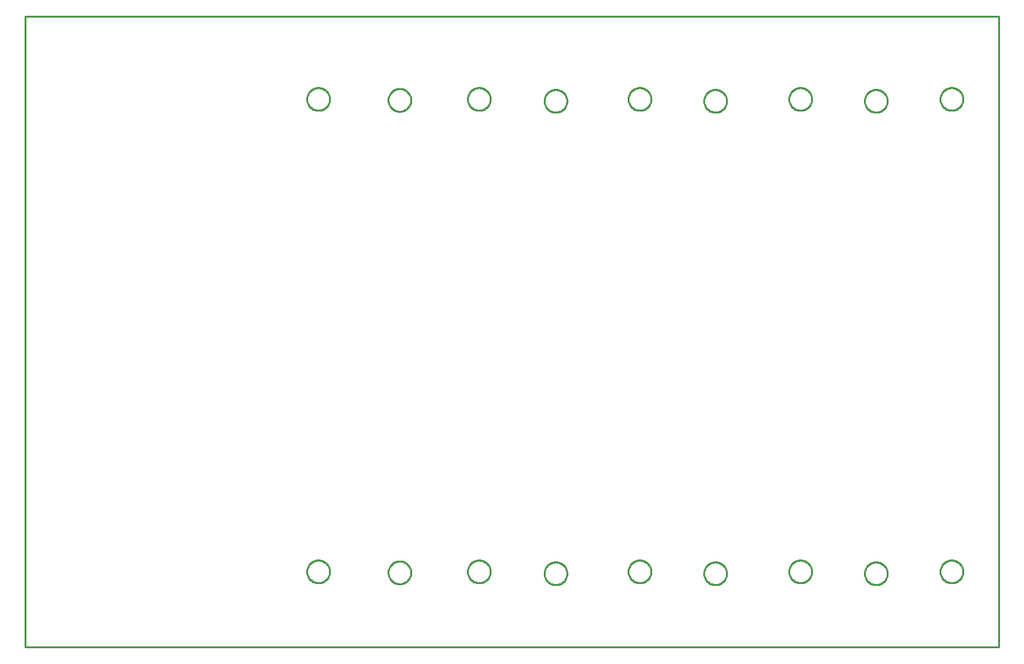
<source format=gbr>
G04 EAGLE Gerber RS-274X export*
G75*
%MOMM*%
%FSLAX34Y34*%
%LPD*%
%IN*%
%IPPOS*%
%AMOC8*
5,1,8,0,0,1.08239X$1,22.5*%
G01*
%ADD10C,0.254000*%


D10*
X-279400Y-38100D02*
X1028500Y-38100D01*
X1028500Y809500D01*
X-279400Y809500D01*
X-279400Y-38100D01*
X433615Y680710D02*
X434701Y680788D01*
X435779Y680943D01*
X436844Y681174D01*
X437889Y681481D01*
X438910Y681862D01*
X439901Y682314D01*
X440857Y682836D01*
X441773Y683425D01*
X442645Y684078D01*
X443468Y684792D01*
X444239Y685562D01*
X444952Y686385D01*
X445605Y687257D01*
X446194Y688173D01*
X446716Y689130D01*
X447168Y690120D01*
X447549Y691141D01*
X447856Y692186D01*
X448087Y693251D01*
X448242Y694329D01*
X448320Y695415D01*
X448320Y696505D01*
X448242Y697591D01*
X448087Y698669D01*
X447856Y699734D01*
X447549Y700779D01*
X447168Y701800D01*
X446716Y702791D01*
X446194Y703747D01*
X445605Y704663D01*
X444952Y705535D01*
X444239Y706358D01*
X443468Y707129D01*
X442645Y707842D01*
X441773Y708495D01*
X440857Y709084D01*
X439901Y709606D01*
X438910Y710058D01*
X437889Y710439D01*
X436844Y710746D01*
X435779Y710977D01*
X434701Y711132D01*
X433615Y711210D01*
X432525Y711210D01*
X431439Y711132D01*
X430361Y710977D01*
X429296Y710746D01*
X428251Y710439D01*
X427230Y710058D01*
X426240Y709606D01*
X425283Y709084D01*
X424367Y708495D01*
X423495Y707842D01*
X422672Y707129D01*
X421902Y706358D01*
X421188Y705535D01*
X420535Y704663D01*
X419946Y703747D01*
X419424Y702791D01*
X418972Y701800D01*
X418591Y700779D01*
X418284Y699734D01*
X418053Y698669D01*
X417898Y697591D01*
X417820Y696505D01*
X417820Y695415D01*
X417898Y694329D01*
X418053Y693251D01*
X418284Y692186D01*
X418591Y691141D01*
X418972Y690120D01*
X419424Y689130D01*
X419946Y688173D01*
X420535Y687257D01*
X421188Y686385D01*
X421902Y685562D01*
X422672Y684792D01*
X423495Y684078D01*
X424367Y683425D01*
X425283Y682836D01*
X426240Y682314D01*
X427230Y681862D01*
X428251Y681481D01*
X429296Y681174D01*
X430361Y680943D01*
X431439Y680788D01*
X432525Y680710D01*
X433615Y680710D01*
X433615Y45710D02*
X434701Y45788D01*
X435779Y45943D01*
X436844Y46174D01*
X437889Y46481D01*
X438910Y46862D01*
X439901Y47314D01*
X440857Y47836D01*
X441773Y48425D01*
X442645Y49078D01*
X443468Y49792D01*
X444239Y50562D01*
X444952Y51385D01*
X445605Y52257D01*
X446194Y53173D01*
X446716Y54130D01*
X447168Y55120D01*
X447549Y56141D01*
X447856Y57186D01*
X448087Y58251D01*
X448242Y59329D01*
X448320Y60415D01*
X448320Y61505D01*
X448242Y62591D01*
X448087Y63669D01*
X447856Y64734D01*
X447549Y65779D01*
X447168Y66800D01*
X446716Y67791D01*
X446194Y68747D01*
X445605Y69663D01*
X444952Y70535D01*
X444239Y71358D01*
X443468Y72129D01*
X442645Y72842D01*
X441773Y73495D01*
X440857Y74084D01*
X439901Y74606D01*
X438910Y75058D01*
X437889Y75439D01*
X436844Y75746D01*
X435779Y75977D01*
X434701Y76132D01*
X433615Y76210D01*
X432525Y76210D01*
X431439Y76132D01*
X430361Y75977D01*
X429296Y75746D01*
X428251Y75439D01*
X427230Y75058D01*
X426240Y74606D01*
X425283Y74084D01*
X424367Y73495D01*
X423495Y72842D01*
X422672Y72129D01*
X421902Y71358D01*
X421188Y70535D01*
X420535Y69663D01*
X419946Y68747D01*
X419424Y67791D01*
X418972Y66800D01*
X418591Y65779D01*
X418284Y64734D01*
X418053Y63669D01*
X417898Y62591D01*
X417820Y61505D01*
X417820Y60415D01*
X417898Y59329D01*
X418053Y58251D01*
X418284Y57186D01*
X418591Y56141D01*
X418972Y55120D01*
X419424Y54130D01*
X419946Y53173D01*
X420535Y52257D01*
X421188Y51385D01*
X421902Y50562D01*
X422672Y49792D01*
X423495Y49078D01*
X424367Y48425D01*
X425283Y47836D01*
X426240Y47314D01*
X427230Y46862D01*
X428251Y46481D01*
X429296Y46174D01*
X430361Y45943D01*
X431439Y45788D01*
X432525Y45710D01*
X433615Y45710D01*
X648245Y680710D02*
X649331Y680788D01*
X650409Y680943D01*
X651474Y681174D01*
X652519Y681481D01*
X653540Y681862D01*
X654531Y682314D01*
X655487Y682836D01*
X656403Y683425D01*
X657275Y684078D01*
X658098Y684792D01*
X658869Y685562D01*
X659582Y686385D01*
X660235Y687257D01*
X660824Y688173D01*
X661346Y689130D01*
X661798Y690120D01*
X662179Y691141D01*
X662486Y692186D01*
X662717Y693251D01*
X662872Y694329D01*
X662950Y695415D01*
X662950Y696505D01*
X662872Y697591D01*
X662717Y698669D01*
X662486Y699734D01*
X662179Y700779D01*
X661798Y701800D01*
X661346Y702791D01*
X660824Y703747D01*
X660235Y704663D01*
X659582Y705535D01*
X658869Y706358D01*
X658098Y707129D01*
X657275Y707842D01*
X656403Y708495D01*
X655487Y709084D01*
X654531Y709606D01*
X653540Y710058D01*
X652519Y710439D01*
X651474Y710746D01*
X650409Y710977D01*
X649331Y711132D01*
X648245Y711210D01*
X647155Y711210D01*
X646069Y711132D01*
X644991Y710977D01*
X643926Y710746D01*
X642881Y710439D01*
X641860Y710058D01*
X640870Y709606D01*
X639913Y709084D01*
X638997Y708495D01*
X638125Y707842D01*
X637302Y707129D01*
X636532Y706358D01*
X635818Y705535D01*
X635165Y704663D01*
X634576Y703747D01*
X634054Y702791D01*
X633602Y701800D01*
X633221Y700779D01*
X632914Y699734D01*
X632683Y698669D01*
X632528Y697591D01*
X632450Y696505D01*
X632450Y695415D01*
X632528Y694329D01*
X632683Y693251D01*
X632914Y692186D01*
X633221Y691141D01*
X633602Y690120D01*
X634054Y689130D01*
X634576Y688173D01*
X635165Y687257D01*
X635818Y686385D01*
X636532Y685562D01*
X637302Y684792D01*
X638125Y684078D01*
X638997Y683425D01*
X639913Y682836D01*
X640870Y682314D01*
X641860Y681862D01*
X642881Y681481D01*
X643926Y681174D01*
X644991Y680943D01*
X646069Y680788D01*
X647155Y680710D01*
X648245Y680710D01*
X648245Y45710D02*
X649331Y45788D01*
X650409Y45943D01*
X651474Y46174D01*
X652519Y46481D01*
X653540Y46862D01*
X654531Y47314D01*
X655487Y47836D01*
X656403Y48425D01*
X657275Y49078D01*
X658098Y49792D01*
X658869Y50562D01*
X659582Y51385D01*
X660235Y52257D01*
X660824Y53173D01*
X661346Y54130D01*
X661798Y55120D01*
X662179Y56141D01*
X662486Y57186D01*
X662717Y58251D01*
X662872Y59329D01*
X662950Y60415D01*
X662950Y61505D01*
X662872Y62591D01*
X662717Y63669D01*
X662486Y64734D01*
X662179Y65779D01*
X661798Y66800D01*
X661346Y67791D01*
X660824Y68747D01*
X660235Y69663D01*
X659582Y70535D01*
X658869Y71358D01*
X658098Y72129D01*
X657275Y72842D01*
X656403Y73495D01*
X655487Y74084D01*
X654531Y74606D01*
X653540Y75058D01*
X652519Y75439D01*
X651474Y75746D01*
X650409Y75977D01*
X649331Y76132D01*
X648245Y76210D01*
X647155Y76210D01*
X646069Y76132D01*
X644991Y75977D01*
X643926Y75746D01*
X642881Y75439D01*
X641860Y75058D01*
X640870Y74606D01*
X639913Y74084D01*
X638997Y73495D01*
X638125Y72842D01*
X637302Y72129D01*
X636532Y71358D01*
X635818Y70535D01*
X635165Y69663D01*
X634576Y68747D01*
X634054Y67791D01*
X633602Y66800D01*
X633221Y65779D01*
X632914Y64734D01*
X632683Y63669D01*
X632528Y62591D01*
X632450Y61505D01*
X632450Y60415D01*
X632528Y59329D01*
X632683Y58251D01*
X632914Y57186D01*
X633221Y56141D01*
X633602Y55120D01*
X634054Y54130D01*
X634576Y53173D01*
X635165Y52257D01*
X635818Y51385D01*
X636532Y50562D01*
X637302Y49792D01*
X638125Y49078D01*
X638997Y48425D01*
X639913Y47836D01*
X640870Y47314D01*
X641860Y46862D01*
X642881Y46481D01*
X643926Y46174D01*
X644991Y45943D01*
X646069Y45788D01*
X647155Y45710D01*
X648245Y45710D01*
X224065Y681980D02*
X225151Y682058D01*
X226229Y682213D01*
X227294Y682444D01*
X228339Y682751D01*
X229360Y683132D01*
X230351Y683584D01*
X231307Y684106D01*
X232223Y684695D01*
X233095Y685348D01*
X233918Y686062D01*
X234689Y686832D01*
X235402Y687655D01*
X236055Y688527D01*
X236644Y689443D01*
X237166Y690400D01*
X237618Y691390D01*
X237999Y692411D01*
X238306Y693456D01*
X238537Y694521D01*
X238692Y695599D01*
X238770Y696685D01*
X238770Y697775D01*
X238692Y698861D01*
X238537Y699939D01*
X238306Y701004D01*
X237999Y702049D01*
X237618Y703070D01*
X237166Y704061D01*
X236644Y705017D01*
X236055Y705933D01*
X235402Y706805D01*
X234689Y707628D01*
X233918Y708399D01*
X233095Y709112D01*
X232223Y709765D01*
X231307Y710354D01*
X230351Y710876D01*
X229360Y711328D01*
X228339Y711709D01*
X227294Y712016D01*
X226229Y712247D01*
X225151Y712402D01*
X224065Y712480D01*
X222975Y712480D01*
X221889Y712402D01*
X220811Y712247D01*
X219746Y712016D01*
X218701Y711709D01*
X217680Y711328D01*
X216690Y710876D01*
X215733Y710354D01*
X214817Y709765D01*
X213945Y709112D01*
X213122Y708399D01*
X212352Y707628D01*
X211638Y706805D01*
X210985Y705933D01*
X210396Y705017D01*
X209874Y704061D01*
X209422Y703070D01*
X209041Y702049D01*
X208734Y701004D01*
X208503Y699939D01*
X208348Y698861D01*
X208270Y697775D01*
X208270Y696685D01*
X208348Y695599D01*
X208503Y694521D01*
X208734Y693456D01*
X209041Y692411D01*
X209422Y691390D01*
X209874Y690400D01*
X210396Y689443D01*
X210985Y688527D01*
X211638Y687655D01*
X212352Y686832D01*
X213122Y686062D01*
X213945Y685348D01*
X214817Y684695D01*
X215733Y684106D01*
X216690Y683584D01*
X217680Y683132D01*
X218701Y682751D01*
X219746Y682444D01*
X220811Y682213D01*
X221889Y682058D01*
X222975Y681980D01*
X224065Y681980D01*
X224065Y46980D02*
X225151Y47058D01*
X226229Y47213D01*
X227294Y47444D01*
X228339Y47751D01*
X229360Y48132D01*
X230351Y48584D01*
X231307Y49106D01*
X232223Y49695D01*
X233095Y50348D01*
X233918Y51062D01*
X234689Y51832D01*
X235402Y52655D01*
X236055Y53527D01*
X236644Y54443D01*
X237166Y55400D01*
X237618Y56390D01*
X237999Y57411D01*
X238306Y58456D01*
X238537Y59521D01*
X238692Y60599D01*
X238770Y61685D01*
X238770Y62775D01*
X238692Y63861D01*
X238537Y64939D01*
X238306Y66004D01*
X237999Y67049D01*
X237618Y68070D01*
X237166Y69061D01*
X236644Y70017D01*
X236055Y70933D01*
X235402Y71805D01*
X234689Y72628D01*
X233918Y73399D01*
X233095Y74112D01*
X232223Y74765D01*
X231307Y75354D01*
X230351Y75876D01*
X229360Y76328D01*
X228339Y76709D01*
X227294Y77016D01*
X226229Y77247D01*
X225151Y77402D01*
X224065Y77480D01*
X222975Y77480D01*
X221889Y77402D01*
X220811Y77247D01*
X219746Y77016D01*
X218701Y76709D01*
X217680Y76328D01*
X216690Y75876D01*
X215733Y75354D01*
X214817Y74765D01*
X213945Y74112D01*
X213122Y73399D01*
X212352Y72628D01*
X211638Y71805D01*
X210985Y70933D01*
X210396Y70017D01*
X209874Y69061D01*
X209422Y68070D01*
X209041Y67049D01*
X208734Y66004D01*
X208503Y64939D01*
X208348Y63861D01*
X208270Y62775D01*
X208270Y61685D01*
X208348Y60599D01*
X208503Y59521D01*
X208734Y58456D01*
X209041Y57411D01*
X209422Y56390D01*
X209874Y55400D01*
X210396Y54443D01*
X210985Y53527D01*
X211638Y52655D01*
X212352Y51832D01*
X213122Y51062D01*
X213945Y50348D01*
X214817Y49695D01*
X215733Y49106D01*
X216690Y48584D01*
X217680Y48132D01*
X218701Y47751D01*
X219746Y47444D01*
X220811Y47213D01*
X221889Y47058D01*
X222975Y46980D01*
X224065Y46980D01*
X864145Y680710D02*
X865231Y680788D01*
X866309Y680943D01*
X867374Y681174D01*
X868419Y681481D01*
X869440Y681862D01*
X870431Y682314D01*
X871387Y682836D01*
X872303Y683425D01*
X873175Y684078D01*
X873998Y684792D01*
X874769Y685562D01*
X875482Y686385D01*
X876135Y687257D01*
X876724Y688173D01*
X877246Y689130D01*
X877698Y690120D01*
X878079Y691141D01*
X878386Y692186D01*
X878617Y693251D01*
X878772Y694329D01*
X878850Y695415D01*
X878850Y696505D01*
X878772Y697591D01*
X878617Y698669D01*
X878386Y699734D01*
X878079Y700779D01*
X877698Y701800D01*
X877246Y702791D01*
X876724Y703747D01*
X876135Y704663D01*
X875482Y705535D01*
X874769Y706358D01*
X873998Y707129D01*
X873175Y707842D01*
X872303Y708495D01*
X871387Y709084D01*
X870431Y709606D01*
X869440Y710058D01*
X868419Y710439D01*
X867374Y710746D01*
X866309Y710977D01*
X865231Y711132D01*
X864145Y711210D01*
X863055Y711210D01*
X861969Y711132D01*
X860891Y710977D01*
X859826Y710746D01*
X858781Y710439D01*
X857760Y710058D01*
X856770Y709606D01*
X855813Y709084D01*
X854897Y708495D01*
X854025Y707842D01*
X853202Y707129D01*
X852432Y706358D01*
X851718Y705535D01*
X851065Y704663D01*
X850476Y703747D01*
X849954Y702791D01*
X849502Y701800D01*
X849121Y700779D01*
X848814Y699734D01*
X848583Y698669D01*
X848428Y697591D01*
X848350Y696505D01*
X848350Y695415D01*
X848428Y694329D01*
X848583Y693251D01*
X848814Y692186D01*
X849121Y691141D01*
X849502Y690120D01*
X849954Y689130D01*
X850476Y688173D01*
X851065Y687257D01*
X851718Y686385D01*
X852432Y685562D01*
X853202Y684792D01*
X854025Y684078D01*
X854897Y683425D01*
X855813Y682836D01*
X856770Y682314D01*
X857760Y681862D01*
X858781Y681481D01*
X859826Y681174D01*
X860891Y680943D01*
X861969Y680788D01*
X863055Y680710D01*
X864145Y680710D01*
X864145Y45710D02*
X865231Y45788D01*
X866309Y45943D01*
X867374Y46174D01*
X868419Y46481D01*
X869440Y46862D01*
X870431Y47314D01*
X871387Y47836D01*
X872303Y48425D01*
X873175Y49078D01*
X873998Y49792D01*
X874769Y50562D01*
X875482Y51385D01*
X876135Y52257D01*
X876724Y53173D01*
X877246Y54130D01*
X877698Y55120D01*
X878079Y56141D01*
X878386Y57186D01*
X878617Y58251D01*
X878772Y59329D01*
X878850Y60415D01*
X878850Y61505D01*
X878772Y62591D01*
X878617Y63669D01*
X878386Y64734D01*
X878079Y65779D01*
X877698Y66800D01*
X877246Y67791D01*
X876724Y68747D01*
X876135Y69663D01*
X875482Y70535D01*
X874769Y71358D01*
X873998Y72129D01*
X873175Y72842D01*
X872303Y73495D01*
X871387Y74084D01*
X870431Y74606D01*
X869440Y75058D01*
X868419Y75439D01*
X867374Y75746D01*
X866309Y75977D01*
X865231Y76132D01*
X864145Y76210D01*
X863055Y76210D01*
X861969Y76132D01*
X860891Y75977D01*
X859826Y75746D01*
X858781Y75439D01*
X857760Y75058D01*
X856770Y74606D01*
X855813Y74084D01*
X854897Y73495D01*
X854025Y72842D01*
X853202Y72129D01*
X852432Y71358D01*
X851718Y70535D01*
X851065Y69663D01*
X850476Y68747D01*
X849954Y67791D01*
X849502Y66800D01*
X849121Y65779D01*
X848814Y64734D01*
X848583Y63669D01*
X848428Y62591D01*
X848350Y61505D01*
X848350Y60415D01*
X848428Y59329D01*
X848583Y58251D01*
X848814Y57186D01*
X849121Y56141D01*
X849502Y55120D01*
X849954Y54130D01*
X850476Y53173D01*
X851065Y52257D01*
X851718Y51385D01*
X852432Y50562D01*
X853202Y49792D01*
X854025Y49078D01*
X854897Y48425D01*
X855813Y47836D01*
X856770Y47314D01*
X857760Y46862D01*
X858781Y46481D01*
X859826Y46174D01*
X860891Y45943D01*
X861969Y45788D01*
X863055Y45710D01*
X864145Y45710D01*
X114845Y78750D02*
X115931Y78672D01*
X117009Y78517D01*
X118074Y78286D01*
X119119Y77979D01*
X120140Y77598D01*
X121131Y77146D01*
X122087Y76624D01*
X123003Y76035D01*
X123875Y75382D01*
X124698Y74669D01*
X125469Y73898D01*
X126182Y73075D01*
X126835Y72203D01*
X127424Y71287D01*
X127946Y70331D01*
X128398Y69340D01*
X128779Y68319D01*
X129086Y67274D01*
X129317Y66209D01*
X129472Y65131D01*
X129550Y64045D01*
X129550Y62955D01*
X129472Y61869D01*
X129317Y60791D01*
X129086Y59726D01*
X128779Y58681D01*
X128398Y57660D01*
X127946Y56670D01*
X127424Y55713D01*
X126835Y54797D01*
X126182Y53925D01*
X125469Y53102D01*
X124698Y52332D01*
X123875Y51618D01*
X123003Y50965D01*
X122087Y50376D01*
X121131Y49854D01*
X120140Y49402D01*
X119119Y49021D01*
X118074Y48714D01*
X117009Y48483D01*
X115931Y48328D01*
X114845Y48250D01*
X113755Y48250D01*
X112669Y48328D01*
X111591Y48483D01*
X110526Y48714D01*
X109481Y49021D01*
X108460Y49402D01*
X107470Y49854D01*
X106513Y50376D01*
X105597Y50965D01*
X104725Y51618D01*
X103902Y52332D01*
X103132Y53102D01*
X102418Y53925D01*
X101765Y54797D01*
X101176Y55713D01*
X100654Y56670D01*
X100202Y57660D01*
X99821Y58681D01*
X99514Y59726D01*
X99283Y60791D01*
X99128Y61869D01*
X99050Y62955D01*
X99050Y64045D01*
X99128Y65131D01*
X99283Y66209D01*
X99514Y67274D01*
X99821Y68319D01*
X100202Y69340D01*
X100654Y70331D01*
X101176Y71287D01*
X101765Y72203D01*
X102418Y73075D01*
X103132Y73898D01*
X103902Y74669D01*
X104725Y75382D01*
X105597Y76035D01*
X106513Y76624D01*
X107470Y77146D01*
X108460Y77598D01*
X109481Y77979D01*
X110526Y78286D01*
X111591Y78517D01*
X112669Y78672D01*
X113755Y78750D01*
X114845Y78750D01*
X114845Y713750D02*
X115931Y713672D01*
X117009Y713517D01*
X118074Y713286D01*
X119119Y712979D01*
X120140Y712598D01*
X121131Y712146D01*
X122087Y711624D01*
X123003Y711035D01*
X123875Y710382D01*
X124698Y709669D01*
X125469Y708898D01*
X126182Y708075D01*
X126835Y707203D01*
X127424Y706287D01*
X127946Y705331D01*
X128398Y704340D01*
X128779Y703319D01*
X129086Y702274D01*
X129317Y701209D01*
X129472Y700131D01*
X129550Y699045D01*
X129550Y697955D01*
X129472Y696869D01*
X129317Y695791D01*
X129086Y694726D01*
X128779Y693681D01*
X128398Y692660D01*
X127946Y691670D01*
X127424Y690713D01*
X126835Y689797D01*
X126182Y688925D01*
X125469Y688102D01*
X124698Y687332D01*
X123875Y686618D01*
X123003Y685965D01*
X122087Y685376D01*
X121131Y684854D01*
X120140Y684402D01*
X119119Y684021D01*
X118074Y683714D01*
X117009Y683483D01*
X115931Y683328D01*
X114845Y683250D01*
X113755Y683250D01*
X112669Y683328D01*
X111591Y683483D01*
X110526Y683714D01*
X109481Y684021D01*
X108460Y684402D01*
X107470Y684854D01*
X106513Y685376D01*
X105597Y685965D01*
X104725Y686618D01*
X103902Y687332D01*
X103132Y688102D01*
X102418Y688925D01*
X101765Y689797D01*
X101176Y690713D01*
X100654Y691670D01*
X100202Y692660D01*
X99821Y693681D01*
X99514Y694726D01*
X99283Y695791D01*
X99128Y696869D01*
X99050Y697955D01*
X99050Y699045D01*
X99128Y700131D01*
X99283Y701209D01*
X99514Y702274D01*
X99821Y703319D01*
X100202Y704340D01*
X100654Y705331D01*
X101176Y706287D01*
X101765Y707203D01*
X102418Y708075D01*
X103132Y708898D01*
X103902Y709669D01*
X104725Y710382D01*
X105597Y711035D01*
X106513Y711624D01*
X107470Y712146D01*
X108460Y712598D01*
X109481Y712979D01*
X110526Y713286D01*
X111591Y713517D01*
X112669Y713672D01*
X113755Y713750D01*
X114845Y713750D01*
X546645Y78750D02*
X547731Y78672D01*
X548809Y78517D01*
X549874Y78286D01*
X550919Y77979D01*
X551940Y77598D01*
X552931Y77146D01*
X553887Y76624D01*
X554803Y76035D01*
X555675Y75382D01*
X556498Y74669D01*
X557269Y73898D01*
X557982Y73075D01*
X558635Y72203D01*
X559224Y71287D01*
X559746Y70331D01*
X560198Y69340D01*
X560579Y68319D01*
X560886Y67274D01*
X561117Y66209D01*
X561272Y65131D01*
X561350Y64045D01*
X561350Y62955D01*
X561272Y61869D01*
X561117Y60791D01*
X560886Y59726D01*
X560579Y58681D01*
X560198Y57660D01*
X559746Y56670D01*
X559224Y55713D01*
X558635Y54797D01*
X557982Y53925D01*
X557269Y53102D01*
X556498Y52332D01*
X555675Y51618D01*
X554803Y50965D01*
X553887Y50376D01*
X552931Y49854D01*
X551940Y49402D01*
X550919Y49021D01*
X549874Y48714D01*
X548809Y48483D01*
X547731Y48328D01*
X546645Y48250D01*
X545555Y48250D01*
X544469Y48328D01*
X543391Y48483D01*
X542326Y48714D01*
X541281Y49021D01*
X540260Y49402D01*
X539270Y49854D01*
X538313Y50376D01*
X537397Y50965D01*
X536525Y51618D01*
X535702Y52332D01*
X534932Y53102D01*
X534218Y53925D01*
X533565Y54797D01*
X532976Y55713D01*
X532454Y56670D01*
X532002Y57660D01*
X531621Y58681D01*
X531314Y59726D01*
X531083Y60791D01*
X530928Y61869D01*
X530850Y62955D01*
X530850Y64045D01*
X530928Y65131D01*
X531083Y66209D01*
X531314Y67274D01*
X531621Y68319D01*
X532002Y69340D01*
X532454Y70331D01*
X532976Y71287D01*
X533565Y72203D01*
X534218Y73075D01*
X534932Y73898D01*
X535702Y74669D01*
X536525Y75382D01*
X537397Y76035D01*
X538313Y76624D01*
X539270Y77146D01*
X540260Y77598D01*
X541281Y77979D01*
X542326Y78286D01*
X543391Y78517D01*
X544469Y78672D01*
X545555Y78750D01*
X546645Y78750D01*
X546645Y713750D02*
X547731Y713672D01*
X548809Y713517D01*
X549874Y713286D01*
X550919Y712979D01*
X551940Y712598D01*
X552931Y712146D01*
X553887Y711624D01*
X554803Y711035D01*
X555675Y710382D01*
X556498Y709669D01*
X557269Y708898D01*
X557982Y708075D01*
X558635Y707203D01*
X559224Y706287D01*
X559746Y705331D01*
X560198Y704340D01*
X560579Y703319D01*
X560886Y702274D01*
X561117Y701209D01*
X561272Y700131D01*
X561350Y699045D01*
X561350Y697955D01*
X561272Y696869D01*
X561117Y695791D01*
X560886Y694726D01*
X560579Y693681D01*
X560198Y692660D01*
X559746Y691670D01*
X559224Y690713D01*
X558635Y689797D01*
X557982Y688925D01*
X557269Y688102D01*
X556498Y687332D01*
X555675Y686618D01*
X554803Y685965D01*
X553887Y685376D01*
X552931Y684854D01*
X551940Y684402D01*
X550919Y684021D01*
X549874Y683714D01*
X548809Y683483D01*
X547731Y683328D01*
X546645Y683250D01*
X545555Y683250D01*
X544469Y683328D01*
X543391Y683483D01*
X542326Y683714D01*
X541281Y684021D01*
X540260Y684402D01*
X539270Y684854D01*
X538313Y685376D01*
X537397Y685965D01*
X536525Y686618D01*
X535702Y687332D01*
X534932Y688102D01*
X534218Y688925D01*
X533565Y689797D01*
X532976Y690713D01*
X532454Y691670D01*
X532002Y692660D01*
X531621Y693681D01*
X531314Y694726D01*
X531083Y695791D01*
X530928Y696869D01*
X530850Y697955D01*
X530850Y699045D01*
X530928Y700131D01*
X531083Y701209D01*
X531314Y702274D01*
X531621Y703319D01*
X532002Y704340D01*
X532454Y705331D01*
X532976Y706287D01*
X533565Y707203D01*
X534218Y708075D01*
X534932Y708898D01*
X535702Y709669D01*
X536525Y710382D01*
X537397Y711035D01*
X538313Y711624D01*
X539270Y712146D01*
X540260Y712598D01*
X541281Y712979D01*
X542326Y713286D01*
X543391Y713517D01*
X544469Y713672D01*
X545555Y713750D01*
X546645Y713750D01*
X330745Y78750D02*
X331831Y78672D01*
X332909Y78517D01*
X333974Y78286D01*
X335019Y77979D01*
X336040Y77598D01*
X337031Y77146D01*
X337987Y76624D01*
X338903Y76035D01*
X339775Y75382D01*
X340598Y74669D01*
X341369Y73898D01*
X342082Y73075D01*
X342735Y72203D01*
X343324Y71287D01*
X343846Y70331D01*
X344298Y69340D01*
X344679Y68319D01*
X344986Y67274D01*
X345217Y66209D01*
X345372Y65131D01*
X345450Y64045D01*
X345450Y62955D01*
X345372Y61869D01*
X345217Y60791D01*
X344986Y59726D01*
X344679Y58681D01*
X344298Y57660D01*
X343846Y56670D01*
X343324Y55713D01*
X342735Y54797D01*
X342082Y53925D01*
X341369Y53102D01*
X340598Y52332D01*
X339775Y51618D01*
X338903Y50965D01*
X337987Y50376D01*
X337031Y49854D01*
X336040Y49402D01*
X335019Y49021D01*
X333974Y48714D01*
X332909Y48483D01*
X331831Y48328D01*
X330745Y48250D01*
X329655Y48250D01*
X328569Y48328D01*
X327491Y48483D01*
X326426Y48714D01*
X325381Y49021D01*
X324360Y49402D01*
X323370Y49854D01*
X322413Y50376D01*
X321497Y50965D01*
X320625Y51618D01*
X319802Y52332D01*
X319032Y53102D01*
X318318Y53925D01*
X317665Y54797D01*
X317076Y55713D01*
X316554Y56670D01*
X316102Y57660D01*
X315721Y58681D01*
X315414Y59726D01*
X315183Y60791D01*
X315028Y61869D01*
X314950Y62955D01*
X314950Y64045D01*
X315028Y65131D01*
X315183Y66209D01*
X315414Y67274D01*
X315721Y68319D01*
X316102Y69340D01*
X316554Y70331D01*
X317076Y71287D01*
X317665Y72203D01*
X318318Y73075D01*
X319032Y73898D01*
X319802Y74669D01*
X320625Y75382D01*
X321497Y76035D01*
X322413Y76624D01*
X323370Y77146D01*
X324360Y77598D01*
X325381Y77979D01*
X326426Y78286D01*
X327491Y78517D01*
X328569Y78672D01*
X329655Y78750D01*
X330745Y78750D01*
X330745Y713750D02*
X331831Y713672D01*
X332909Y713517D01*
X333974Y713286D01*
X335019Y712979D01*
X336040Y712598D01*
X337031Y712146D01*
X337987Y711624D01*
X338903Y711035D01*
X339775Y710382D01*
X340598Y709669D01*
X341369Y708898D01*
X342082Y708075D01*
X342735Y707203D01*
X343324Y706287D01*
X343846Y705331D01*
X344298Y704340D01*
X344679Y703319D01*
X344986Y702274D01*
X345217Y701209D01*
X345372Y700131D01*
X345450Y699045D01*
X345450Y697955D01*
X345372Y696869D01*
X345217Y695791D01*
X344986Y694726D01*
X344679Y693681D01*
X344298Y692660D01*
X343846Y691670D01*
X343324Y690713D01*
X342735Y689797D01*
X342082Y688925D01*
X341369Y688102D01*
X340598Y687332D01*
X339775Y686618D01*
X338903Y685965D01*
X337987Y685376D01*
X337031Y684854D01*
X336040Y684402D01*
X335019Y684021D01*
X333974Y683714D01*
X332909Y683483D01*
X331831Y683328D01*
X330745Y683250D01*
X329655Y683250D01*
X328569Y683328D01*
X327491Y683483D01*
X326426Y683714D01*
X325381Y684021D01*
X324360Y684402D01*
X323370Y684854D01*
X322413Y685376D01*
X321497Y685965D01*
X320625Y686618D01*
X319802Y687332D01*
X319032Y688102D01*
X318318Y688925D01*
X317665Y689797D01*
X317076Y690713D01*
X316554Y691670D01*
X316102Y692660D01*
X315721Y693681D01*
X315414Y694726D01*
X315183Y695791D01*
X315028Y696869D01*
X314950Y697955D01*
X314950Y699045D01*
X315028Y700131D01*
X315183Y701209D01*
X315414Y702274D01*
X315721Y703319D01*
X316102Y704340D01*
X316554Y705331D01*
X317076Y706287D01*
X317665Y707203D01*
X318318Y708075D01*
X319032Y708898D01*
X319802Y709669D01*
X320625Y710382D01*
X321497Y711035D01*
X322413Y711624D01*
X323370Y712146D01*
X324360Y712598D01*
X325381Y712979D01*
X326426Y713286D01*
X327491Y713517D01*
X328569Y713672D01*
X329655Y713750D01*
X330745Y713750D01*
X762545Y78750D02*
X763631Y78672D01*
X764709Y78517D01*
X765774Y78286D01*
X766819Y77979D01*
X767840Y77598D01*
X768831Y77146D01*
X769787Y76624D01*
X770703Y76035D01*
X771575Y75382D01*
X772398Y74669D01*
X773169Y73898D01*
X773882Y73075D01*
X774535Y72203D01*
X775124Y71287D01*
X775646Y70331D01*
X776098Y69340D01*
X776479Y68319D01*
X776786Y67274D01*
X777017Y66209D01*
X777172Y65131D01*
X777250Y64045D01*
X777250Y62955D01*
X777172Y61869D01*
X777017Y60791D01*
X776786Y59726D01*
X776479Y58681D01*
X776098Y57660D01*
X775646Y56670D01*
X775124Y55713D01*
X774535Y54797D01*
X773882Y53925D01*
X773169Y53102D01*
X772398Y52332D01*
X771575Y51618D01*
X770703Y50965D01*
X769787Y50376D01*
X768831Y49854D01*
X767840Y49402D01*
X766819Y49021D01*
X765774Y48714D01*
X764709Y48483D01*
X763631Y48328D01*
X762545Y48250D01*
X761455Y48250D01*
X760369Y48328D01*
X759291Y48483D01*
X758226Y48714D01*
X757181Y49021D01*
X756160Y49402D01*
X755170Y49854D01*
X754213Y50376D01*
X753297Y50965D01*
X752425Y51618D01*
X751602Y52332D01*
X750832Y53102D01*
X750118Y53925D01*
X749465Y54797D01*
X748876Y55713D01*
X748354Y56670D01*
X747902Y57660D01*
X747521Y58681D01*
X747214Y59726D01*
X746983Y60791D01*
X746828Y61869D01*
X746750Y62955D01*
X746750Y64045D01*
X746828Y65131D01*
X746983Y66209D01*
X747214Y67274D01*
X747521Y68319D01*
X747902Y69340D01*
X748354Y70331D01*
X748876Y71287D01*
X749465Y72203D01*
X750118Y73075D01*
X750832Y73898D01*
X751602Y74669D01*
X752425Y75382D01*
X753297Y76035D01*
X754213Y76624D01*
X755170Y77146D01*
X756160Y77598D01*
X757181Y77979D01*
X758226Y78286D01*
X759291Y78517D01*
X760369Y78672D01*
X761455Y78750D01*
X762545Y78750D01*
X762545Y713750D02*
X763631Y713672D01*
X764709Y713517D01*
X765774Y713286D01*
X766819Y712979D01*
X767840Y712598D01*
X768831Y712146D01*
X769787Y711624D01*
X770703Y711035D01*
X771575Y710382D01*
X772398Y709669D01*
X773169Y708898D01*
X773882Y708075D01*
X774535Y707203D01*
X775124Y706287D01*
X775646Y705331D01*
X776098Y704340D01*
X776479Y703319D01*
X776786Y702274D01*
X777017Y701209D01*
X777172Y700131D01*
X777250Y699045D01*
X777250Y697955D01*
X777172Y696869D01*
X777017Y695791D01*
X776786Y694726D01*
X776479Y693681D01*
X776098Y692660D01*
X775646Y691670D01*
X775124Y690713D01*
X774535Y689797D01*
X773882Y688925D01*
X773169Y688102D01*
X772398Y687332D01*
X771575Y686618D01*
X770703Y685965D01*
X769787Y685376D01*
X768831Y684854D01*
X767840Y684402D01*
X766819Y684021D01*
X765774Y683714D01*
X764709Y683483D01*
X763631Y683328D01*
X762545Y683250D01*
X761455Y683250D01*
X760369Y683328D01*
X759291Y683483D01*
X758226Y683714D01*
X757181Y684021D01*
X756160Y684402D01*
X755170Y684854D01*
X754213Y685376D01*
X753297Y685965D01*
X752425Y686618D01*
X751602Y687332D01*
X750832Y688102D01*
X750118Y688925D01*
X749465Y689797D01*
X748876Y690713D01*
X748354Y691670D01*
X747902Y692660D01*
X747521Y693681D01*
X747214Y694726D01*
X746983Y695791D01*
X746828Y696869D01*
X746750Y697955D01*
X746750Y699045D01*
X746828Y700131D01*
X746983Y701209D01*
X747214Y702274D01*
X747521Y703319D01*
X747902Y704340D01*
X748354Y705331D01*
X748876Y706287D01*
X749465Y707203D01*
X750118Y708075D01*
X750832Y708898D01*
X751602Y709669D01*
X752425Y710382D01*
X753297Y711035D01*
X754213Y711624D01*
X755170Y712146D01*
X756160Y712598D01*
X757181Y712979D01*
X758226Y713286D01*
X759291Y713517D01*
X760369Y713672D01*
X761455Y713750D01*
X762545Y713750D01*
X965745Y78750D02*
X966831Y78672D01*
X967909Y78517D01*
X968974Y78286D01*
X970019Y77979D01*
X971040Y77598D01*
X972031Y77146D01*
X972987Y76624D01*
X973903Y76035D01*
X974775Y75382D01*
X975598Y74669D01*
X976369Y73898D01*
X977082Y73075D01*
X977735Y72203D01*
X978324Y71287D01*
X978846Y70331D01*
X979298Y69340D01*
X979679Y68319D01*
X979986Y67274D01*
X980217Y66209D01*
X980372Y65131D01*
X980450Y64045D01*
X980450Y62955D01*
X980372Y61869D01*
X980217Y60791D01*
X979986Y59726D01*
X979679Y58681D01*
X979298Y57660D01*
X978846Y56670D01*
X978324Y55713D01*
X977735Y54797D01*
X977082Y53925D01*
X976369Y53102D01*
X975598Y52332D01*
X974775Y51618D01*
X973903Y50965D01*
X972987Y50376D01*
X972031Y49854D01*
X971040Y49402D01*
X970019Y49021D01*
X968974Y48714D01*
X967909Y48483D01*
X966831Y48328D01*
X965745Y48250D01*
X964655Y48250D01*
X963569Y48328D01*
X962491Y48483D01*
X961426Y48714D01*
X960381Y49021D01*
X959360Y49402D01*
X958370Y49854D01*
X957413Y50376D01*
X956497Y50965D01*
X955625Y51618D01*
X954802Y52332D01*
X954032Y53102D01*
X953318Y53925D01*
X952665Y54797D01*
X952076Y55713D01*
X951554Y56670D01*
X951102Y57660D01*
X950721Y58681D01*
X950414Y59726D01*
X950183Y60791D01*
X950028Y61869D01*
X949950Y62955D01*
X949950Y64045D01*
X950028Y65131D01*
X950183Y66209D01*
X950414Y67274D01*
X950721Y68319D01*
X951102Y69340D01*
X951554Y70331D01*
X952076Y71287D01*
X952665Y72203D01*
X953318Y73075D01*
X954032Y73898D01*
X954802Y74669D01*
X955625Y75382D01*
X956497Y76035D01*
X957413Y76624D01*
X958370Y77146D01*
X959360Y77598D01*
X960381Y77979D01*
X961426Y78286D01*
X962491Y78517D01*
X963569Y78672D01*
X964655Y78750D01*
X965745Y78750D01*
X965745Y713750D02*
X966831Y713672D01*
X967909Y713517D01*
X968974Y713286D01*
X970019Y712979D01*
X971040Y712598D01*
X972031Y712146D01*
X972987Y711624D01*
X973903Y711035D01*
X974775Y710382D01*
X975598Y709669D01*
X976369Y708898D01*
X977082Y708075D01*
X977735Y707203D01*
X978324Y706287D01*
X978846Y705331D01*
X979298Y704340D01*
X979679Y703319D01*
X979986Y702274D01*
X980217Y701209D01*
X980372Y700131D01*
X980450Y699045D01*
X980450Y697955D01*
X980372Y696869D01*
X980217Y695791D01*
X979986Y694726D01*
X979679Y693681D01*
X979298Y692660D01*
X978846Y691670D01*
X978324Y690713D01*
X977735Y689797D01*
X977082Y688925D01*
X976369Y688102D01*
X975598Y687332D01*
X974775Y686618D01*
X973903Y685965D01*
X972987Y685376D01*
X972031Y684854D01*
X971040Y684402D01*
X970019Y684021D01*
X968974Y683714D01*
X967909Y683483D01*
X966831Y683328D01*
X965745Y683250D01*
X964655Y683250D01*
X963569Y683328D01*
X962491Y683483D01*
X961426Y683714D01*
X960381Y684021D01*
X959360Y684402D01*
X958370Y684854D01*
X957413Y685376D01*
X956497Y685965D01*
X955625Y686618D01*
X954802Y687332D01*
X954032Y688102D01*
X953318Y688925D01*
X952665Y689797D01*
X952076Y690713D01*
X951554Y691670D01*
X951102Y692660D01*
X950721Y693681D01*
X950414Y694726D01*
X950183Y695791D01*
X950028Y696869D01*
X949950Y697955D01*
X949950Y699045D01*
X950028Y700131D01*
X950183Y701209D01*
X950414Y702274D01*
X950721Y703319D01*
X951102Y704340D01*
X951554Y705331D01*
X952076Y706287D01*
X952665Y707203D01*
X953318Y708075D01*
X954032Y708898D01*
X954802Y709669D01*
X955625Y710382D01*
X956497Y711035D01*
X957413Y711624D01*
X958370Y712146D01*
X959360Y712598D01*
X960381Y712979D01*
X961426Y713286D01*
X962491Y713517D01*
X963569Y713672D01*
X964655Y713750D01*
X965745Y713750D01*
M02*

</source>
